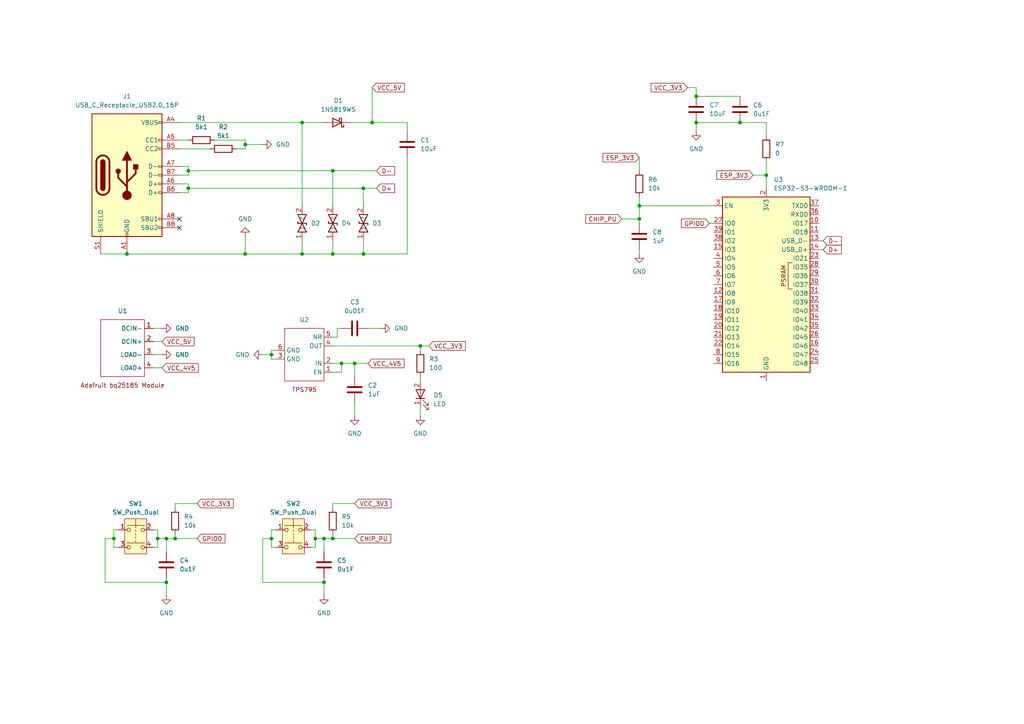
<source format=kicad_sch>
(kicad_sch (version 20250114) (generator "eeschema") (generator_version "9.0")
  (paper "A4")
  (lib_symbols
    (symbol "Connector:USB_C_Receptacle_USB2.0_16P" (pin_names (offset 1.016))
      (property "Reference" "J" (at 0 22.225 0))
      (property "Value" "USB_C_Receptacle_USB2.0_16P" (at 0 19.685 0))
      (symbol "USB_C_Receptacle_USB2.0_16P_0_0"
        (rectangle (start -0.254 -17.78) (end 0.254 -16.764))
        (rectangle (start 10.16 15.494) (end 9.144 14.986))
        (rectangle (start 10.16 10.414) (end 9.144 9.906))
        (rectangle (start 10.16 7.874) (end 9.144 7.366))
        (rectangle (start 10.16 2.794) (end 9.144 2.286))
        (rectangle (start 10.16 0.254) (end 9.144 -0.254))
        (rectangle (start 10.16 -2.286) (end 9.144 -2.794))
        (rectangle (start 10.16 -4.826) (end 9.144 -5.334))
        (rectangle (start 10.16 -12.446) (end 9.144 -12.954))
        (rectangle (start 10.16 -14.986) (end 9.144 -15.494))
      )
      (symbol "USB_C_Receptacle_USB2.0_16P_0_1"
        (rectangle (start -10.16 17.78) (end 10.16 -17.78) (stroke (width 0.254)) (fill (type background)))
        (polyline (pts (xy -8.89 -3.81) (xy -8.89 3.81)) (stroke (width 0.508)))
        (rectangle (start -7.62 -3.81) (end -6.35 3.81) (stroke (width 0.254)) (fill (type outline)))
        (arc (start -7.62 3.81) (mid -6.985 4.4423) (end -6.35 3.81) (stroke (width 0.254)))
        (arc (start -7.62 3.81) (mid -6.985 4.4423) (end -6.35 3.81) (stroke (width 0.254)) (fill (type outline)))
        (arc (start -8.89 3.81) (mid -6.985 5.7067) (end -5.08 3.81) (stroke (width 0.508)))
        (arc (start -5.08 -3.81) (mid -6.985 -5.7067) (end -8.89 -3.81) (stroke (width 0.508)))
        (arc (start -6.35 -3.81) (mid -6.985 -4.4423) (end -7.62 -3.81) (stroke (width 0.254)))
        (arc (start -6.35 -3.81) (mid -6.985 -4.4423) (end -7.62 -3.81) (stroke (width 0.254)) (fill (type outline)))
        (polyline (pts (xy -5.08 3.81) (xy -5.08 -3.81)) (stroke (width 0.508)))
        (circle (center -2.54 1.143) (radius 0.635) (stroke (width 0.254)) (fill (type outline)))
        (polyline (pts (xy -1.27 4.318) (xy 0 6.858) (xy 1.27 4.318) (xy -1.27 4.318)) (stroke (width 0.254)) (fill (type outline)))
        (polyline (pts (xy 0 -2.032) (xy 2.54 0.508) (xy 2.54 1.778)) (stroke (width 0.508)))
        (polyline (pts (xy 0 -3.302) (xy -2.54 -0.762) (xy -2.54 0.508)) (stroke (width 0.508)))
        (polyline (pts (xy 0 -5.842) (xy 0 4.318)) (stroke (width 0.508)))
        (circle (center 0 -5.842) (radius 1.27) (fill (type outline)))
        (rectangle (start 1.905 1.778) (end 3.175 3.048) (stroke (width 0.254)) (fill (type outline)))
      )
      (symbol "USB_C_Receptacle_USB2.0_16P_1_1"
        (pin passive line (at -7.62 -22.86 90) (length 5.08) (name "SHIELD") (number "S1"))
        (pin passive line (at 0 -22.86 90) (length 5.08) (name "GND") (number "A1"))
        (pin passive line (at 0 -22.86 90) (length 5.08) (hide yes) (name "GND") (number "A12"))
        (pin passive line (at 0 -22.86 90) (length 5.08) (hide yes) (name "GND") (number "B1"))
        (pin passive line (at 0 -22.86 90) (length 5.08) (hide yes) (name "GND") (number "B12"))
        (pin passive line (at 15.24 15.24 180) (length 5.08) (name "VBUS") (number "A4"))
        (pin passive line (at 15.24 15.24 180) (length 5.08) (hide yes) (name "VBUS") (number "A9"))
        (pin passive line (at 15.24 15.24 180) (length 5.08) (hide yes) (name "VBUS") (number "B4"))
        (pin passive line (at 15.24 15.24 180) (length 5.08) (hide yes) (name "VBUS") (number "B9"))
        (pin bidirectional line (at 15.24 10.16 180) (length 5.08) (name "CC1") (number "A5"))
        (pin bidirectional line (at 15.24 7.62 180) (length 5.08) (name "CC2") (number "B5"))
        (pin bidirectional line (at 15.24 2.54 180) (length 5.08) (name "D-") (number "A7"))
        (pin bidirectional line (at 15.24 0 180) (length 5.08) (name "D-") (number "B7"))
        (pin bidirectional line (at 15.24 -2.54 180) (length 5.08) (name "D+") (number "A6"))
        (pin bidirectional line (at 15.24 -5.08 180) (length 5.08) (name "D+") (number "B6"))
        (pin bidirectional line (at 15.24 -12.7 180) (length 5.08) (name "SBU1") (number "A8"))
        (pin bidirectional line (at 15.24 -15.24 180) (length 5.08) (name "SBU2") (number "B8"))
      )
    )
    (symbol "Custom:Adafruit_bq25185_Module"
      (property "Reference" "U" (at 0 -2.54 0))
      (symbol "Adafruit_bq25185_Module_0_1"
        (rectangle (start -6.35 16.51) (end 6.35 0))
      )
      (symbol "Adafruit_bq25185_Module_1_1"
        (text "Adafruit bq25185 Module" (at 0 -2.54 0) (effects (font (size 1.27 1.27))))
        (pin input line (at 8.89 13.97 180) (length 2.54) (name "DCIN-") (number "1"))
        (pin output line (at 8.89 10.16 180) (length 2.54) (name "DCIN+") (number "2"))
        (pin input line (at 8.89 6.35 180) (length 2.54) (name "LOAD-") (number "3"))
        (pin output line (at 8.89 2.54 180) (length 2.54) (name "LOAD+") (number "4"))
      )
    )
    (symbol "Custom:LESD5D5.0CT1G"
      (property "Reference" "D" (at 0 2.54 0))
      (symbol "LESD5D5.0CT1G_0_1"
        (polyline (pts (xy -2.54 -1.27) (xy -2.54 1.27) (xy 0 0) (xy -2.54 -1.27)) (stroke (width 0.254)))
        (polyline (pts (xy -0.508 -1.27) (xy 0 -1.27) (xy 0 1.27)) (stroke (width 0.254)))
        (polyline (pts (xy 0.508 1.27) (xy 0 1.27) (xy 0 1.27)) (stroke (width 0.254)))
        (polyline (pts (xy 2.54 1.27) (xy 2.54 -1.27) (xy 0 0) (xy 2.54 1.27)) (stroke (width 0.254)))
      )
      (symbol "LESD5D5.0CT1G_1_1"
        (pin passive line (at -5.08 0 0) (length 2.54) (name "1") (number "1"))
        (pin passive line (at 5.08 0 180) (length 2.54) (name "2") (number "2"))
      )
    )
    (symbol "Custom:TPS795"
      (property "Reference" "U" (at 0 10.16 0))
      (symbol "TPS795_0_1"
        (rectangle (start -5.715 7.62) (end 5.715 -7.62))
      )
      (symbol "TPS795_1_1"
        (text "TPS795" (at 0 -10.16 0) (effects (font (size 1.27 1.27))))
        (pin power_in line (at -8.255 1.27 0) (length 2.54) (name "GND") (number "6"))
        (pin power_in line (at -8.255 -1.27 0) (length 2.54) (name "GND") (number "3"))
        (pin output line (at 8.255 5.08 180) (length 2.54) (name "NR") (number "5"))
        (pin power_out line (at 8.255 2.54 180) (length 2.54) (name "OUT") (number "4"))
        (pin input line (at 8.255 -2.54 180) (length 2.54) (name "IN") (number "2"))
        (pin input line (at 8.255 -5.08 180) (length 2.54) (name "EN") (number "1"))
      )
    )
    (symbol "Device:C" (pin_numbers (hide yes)) (pin_names (offset 0.254))
      (property "Reference" "C" (at 0.635 2.54 0))
      (property "Value" "C" (at 0.635 -2.54 0))
      (symbol "C_0_1"
        (polyline (pts (xy -2.032 0.762) (xy 2.032 0.762)) (stroke (width 0.508)))
        (polyline (pts (xy -2.032 -0.762) (xy 2.032 -0.762)) (stroke (width 0.508)))
      )
      (symbol "C_1_1"
        (pin passive line (at 0 3.81 270) (length 2.794) (name "~") (number "1"))
        (pin passive line (at 0 -3.81 90) (length 2.794) (name "~") (number "2"))
      )
    )
    (symbol "Device:LED" (pin_names (offset 1.016) (hide yes))
      (property "Reference" "D" (at 0 2.54 0))
      (property "Value" "LED" (at 0 -2.54 0))
      (symbol "LED_0_1"
        (polyline (pts (xy -3.048 -0.762) (xy -4.572 -2.286) (xy -3.81 -2.286) (xy -4.572 -2.286) (xy -4.572 -1.524)))
        (polyline (pts (xy -1.778 -0.762) (xy -3.302 -2.286) (xy -2.54 -2.286) (xy -3.302 -2.286) (xy -3.302 -1.524)))
        (polyline (pts (xy -1.27 0) (xy 1.27 0)))
        (polyline (pts (xy -1.27 -1.27) (xy -1.27 1.27)) (stroke (width 0.254)))
        (polyline (pts (xy 1.27 -1.27) (xy 1.27 1.27) (xy -1.27 0) (xy 1.27 -1.27)) (stroke (width 0.254)))
      )
      (symbol "LED_1_1"
        (pin passive line (at -3.81 0 0) (length 2.54) (name "K") (number "1"))
        (pin passive line (at 3.81 0 180) (length 2.54) (name "A") (number "2"))
      )
    )
    (symbol "Device:R" (pin_numbers (hide yes)) (pin_names (offset 0))
      (property "Reference" "R" (at 2.032 0 90))
      (property "Value" "R" (at 0 0 90))
      (symbol "R_0_1"
        (rectangle (start -1.016 -2.54) (end 1.016 2.54) (stroke (width 0.254)))
      )
      (symbol "R_1_1"
        (pin passive line (at 0 3.81 270) (length 1.27) (name "~") (number "1"))
        (pin passive line (at 0 -3.81 90) (length 1.27) (name "~") (number "2"))
      )
    )
    (symbol "Diode:1N5819WS" (pin_numbers (hide yes)) (pin_names (offset 1.016) (hide yes))
      (property "Reference" "D" (at 0 2.54 0))
      (property "Value" "1N5819WS" (at 0 -2.54 0))
      (symbol "1N5819WS_0_1"
        (polyline (pts (xy -1.905 0.635) (xy -1.905 1.27) (xy -1.27 1.27) (xy -1.27 -1.27) (xy -0.635 -1.27) (xy -0.635 -0.635)) (stroke (width 0.254)))
        (polyline (pts (xy 1.27 1.27) (xy 1.27 -1.27) (xy -1.27 0) (xy 1.27 1.27)) (stroke (width 0.254)))
        (polyline (pts (xy 1.27 0) (xy -1.27 0)))
      )
      (symbol "1N5819WS_1_1"
        (pin passive line (at -3.81 0 0) (length 2.54) (name "K") (number "1"))
        (pin passive line (at 3.81 0 180) (length 2.54) (name "A") (number "2"))
      )
    )
    (symbol "RF_Module:ESP32-S3-WROOM-1"
      (property "Reference" "U" (at -12.7 26.67 0))
      (property "Value" "ESP32-S3-WROOM-1" (at 12.7 26.67 0))
      (symbol "ESP32-S3-WROOM-1_0_0"
        (rectangle (start -12.7 25.4) (end 12.7 -25.4) (stroke (width 0.254)) (fill (type background)))
        (text "PSRAM" (at 5.08 2.54 900) (effects (font (size 1.27 1.27))))
      )
      (symbol "ESP32-S3-WROOM-1_0_1"
        (polyline (pts (xy 7.62 -1.27) (xy 6.35 -1.27) (xy 6.35 6.35) (xy 7.62 6.35)))
      )
      (symbol "ESP32-S3-WROOM-1_1_1"
        (pin input line (at -15.24 22.86 0) (length 2.54) (name "EN") (number "3"))
        (pin bidirectional line (at -15.24 17.78 0) (length 2.54) (name "IO0") (number "27"))
        (pin bidirectional line (at -15.24 15.24 0) (length 2.54) (name "IO1") (number "39"))
        (pin bidirectional line (at -15.24 12.7 0) (length 2.54) (name "IO2") (number "38"))
        (pin bidirectional line (at -15.24 10.16 0) (length 2.54) (name "IO3") (number "15"))
        (pin bidirectional line (at -15.24 7.62 0) (length 2.54) (name "IO4") (number "4"))
        (pin bidirectional line (at -15.24 5.08 0) (length 2.54) (name "IO5") (number "5"))
        (pin bidirectional line (at -15.24 2.54 0) (length 2.54) (name "IO6") (number "6"))
        (pin bidirectional line (at -15.24 0 0) (length 2.54) (name "IO7") (number "7"))
        (pin bidirectional line (at -15.24 -2.54 0) (length 2.54) (name "IO8") (number "12"))
        (pin bidirectional line (at -15.24 -5.08 0) (length 2.54) (name "IO9") (number "17"))
        (pin bidirectional line (at -15.24 -7.62 0) (length 2.54) (name "IO10") (number "18"))
        (pin bidirectional line (at -15.24 -10.16 0) (length 2.54) (name "IO11") (number "19"))
        (pin bidirectional line (at -15.24 -12.7 0) (length 2.54) (name "IO12") (number "20"))
        (pin bidirectional line (at -15.24 -15.24 0) (length 2.54) (name "IO13") (number "21"))
        (pin bidirectional line (at -15.24 -17.78 0) (length 2.54) (name "IO14") (number "22"))
        (pin bidirectional line (at -15.24 -20.32 0) (length 2.54) (name "IO15") (number "8"))
        (pin bidirectional line (at -15.24 -22.86 0) (length 2.54) (name "IO16") (number "9"))
        (pin power_in line (at 0 27.94 270) (length 2.54) (name "3V3") (number "2"))
        (pin power_in line (at 0 -27.94 90) (length 2.54) (name "GND") (number "1"))
        (pin passive line (at 0 -27.94 90) (length 2.54) (hide yes) (name "GND") (number "40"))
        (pin passive line (at 0 -27.94 90) (length 2.54) (hide yes) (name "GND") (number "41"))
        (pin bidirectional line (at 15.24 22.86 180) (length 2.54) (name "TXD0") (number "37"))
        (pin bidirectional line (at 15.24 20.32 180) (length 2.54) (name "RXD0") (number "36"))
        (pin bidirectional line (at 15.24 17.78 180) (length 2.54) (name "IO17") (number "10"))
        (pin bidirectional line (at 15.24 15.24 180) (length 2.54) (name "IO18") (number "11"))
        (pin bidirectional line (at 15.24 12.7 180) (length 2.54) (name "USB_D-") (number "13"))
        (pin bidirectional line (at 15.24 10.16 180) (length 2.54) (name "USB_D+") (number "14"))
        (pin bidirectional line (at 15.24 7.62 180) (length 2.54) (name "IO21") (number "23"))
        (pin bidirectional line (at 15.24 5.08 180) (length 2.54) (name "IO35") (number "28"))
        (pin bidirectional line (at 15.24 2.54 180) (length 2.54) (name "IO36") (number "29"))
        (pin bidirectional line (at 15.24 0 180) (length 2.54) (name "IO37") (number "30"))
        (pin bidirectional line (at 15.24 -2.54 180) (length 2.54) (name "IO38") (number "31"))
        (pin bidirectional line (at 15.24 -5.08 180) (length 2.54) (name "IO39") (number "32"))
        (pin bidirectional line (at 15.24 -7.62 180) (length 2.54) (name "IO40") (number "33"))
        (pin bidirectional line (at 15.24 -10.16 180) (length 2.54) (name "IO41") (number "34"))
        (pin bidirectional line (at 15.24 -12.7 180) (length 2.54) (name "IO42") (number "35"))
        (pin bidirectional line (at 15.24 -15.24 180) (length 2.54) (name "IO45") (number "26"))
        (pin bidirectional line (at 15.24 -17.78 180) (length 2.54) (name "IO46") (number "16"))
        (pin bidirectional line (at 15.24 -20.32 180) (length 2.54) (name "IO47") (number "24"))
        (pin bidirectional line (at 15.24 -22.86 180) (length 2.54) (name "IO48") (number "25"))
      )
    )
    (symbol "Switch:SW_Push_Dual" (pin_names (offset 1.016) (hide yes))
      (property "Reference" "SW" (at 0 7.62 0))
      (property "Value" "SW_Push_Dual" (at 0 -6.35 0))
      (symbol "SW_Push_Dual_0_1"
        (circle (center -2.032 2.54) (radius 0.508))
        (circle (center -2.032 -2.54) (radius 0.508))
        (polyline (pts (xy 0 3.81) (xy 0 5.588)))
        (polyline (pts (xy 0 3.048) (xy 0 3.556)))
        (polyline (pts (xy 0 2.032) (xy 0 2.54)))
        (polyline (pts (xy 0 1.016) (xy 0 1.524)))
        (polyline (pts (xy 0 0.508) (xy 0 0)))
        (polyline (pts (xy 0 -0.508) (xy 0 -1.016)))
        (circle (center 2.032 2.54) (radius 0.508))
        (circle (center 2.032 -2.54) (radius 0.508))
        (polyline (pts (xy 2.54 3.81) (xy -2.54 3.81)))
        (polyline (pts (xy 2.54 -1.27) (xy -2.54 -1.27)))
        (pin passive line (at -5.08 2.54 0) (length 2.54) (name "1") (number "1"))
        (pin passive line (at -5.08 -2.54 0) (length 2.54) (name "3") (number "3"))
        (pin passive line (at 5.08 2.54 180) (length 2.54) (name "2") (number "2"))
        (pin passive line (at 5.08 -2.54 180) (length 2.54) (name "4") (number "4"))
      )
      (symbol "SW_Push_Dual_1_1"
        (rectangle (start -3.175 5.715) (end 3.175 -4.445) (fill (type background)))
      )
    )
    (symbol "power:GND" (power) (pin_numbers (hide yes)) (pin_names (offset 0) (hide yes))
      (property "Value" "GND" (at 0 -3.81 0))
      (symbol "GND_0_1"
        (polyline (pts (xy 0 0) (xy 0 -1.27) (xy 1.27 -1.27) (xy 0 -2.54) (xy -1.27 -1.27) (xy 0 -1.27)))
      )
      (symbol "GND_1_1"
        (pin power_in line (at 0 0 270) (length 0) (name "~") (number "1"))
      )
    )
  )
  (junction (at 107.95 35.56))
  (junction (at 78.74 156.21))
  (junction (at 48.26 156.21))
  (junction (at 96.52 156.21))
  (junction (at 222.25 50.8))
  (junction (at 96.52 49.53))
  (junction (at 71.12 73.66))
  (junction (at 201.93 35.56))
  (junction (at 93.98 168.91))
  (junction (at 201.93 27.94))
  (junction (at 96.52 73.66))
  (junction (at 185.42 63.5))
  (junction (at 54.61 49.53))
  (junction (at 102.87 105.41))
  (junction (at 48.26 168.91))
  (junction (at 50.8 156.21))
  (junction (at 87.63 35.56))
  (junction (at 87.63 73.66))
  (junction (at 105.41 54.61))
  (junction (at 214.63 35.56))
  (junction (at 91.44 156.21))
  (junction (at 121.92 100.33))
  (junction (at 78.74 102.87))
  (junction (at 33.02 156.21))
  (junction (at 105.41 73.66))
  (junction (at 93.98 156.21))
  (junction (at 54.61 54.61))
  (junction (at 99.06 105.41))
  (junction (at 45.72 156.21))
  (junction (at 36.83 73.66))
  (junction (at 185.42 59.69))
  (junction (at 71.12 41.91))
  (no_connect (at 52.07 66.04))
  (no_connect (at 52.07 63.5))
  (wire (pts (xy 105.41 69.85) (xy 105.41 73.66)))
  (wire (pts (xy 48.26 168.91) (xy 48.26 172.72)))
  (wire (pts (xy 78.74 102.87) (xy 78.74 104.14)))
  (wire (pts (xy 54.61 54.61) (xy 105.41 54.61)))
  (wire (pts (xy 71.12 43.18) (xy 71.12 41.91)))
  (wire (pts (xy 185.42 73.66) (xy 185.42 72.39)))
  (wire (pts (xy 50.8 146.05) (xy 50.8 147.32)))
  (wire (pts (xy 222.25 35.56) (xy 222.25 39.37)))
  (wire (pts (xy 50.8 156.21) (xy 57.15 156.21)))
  (wire (pts (xy 96.52 49.53) (xy 109.22 49.53)))
  (wire (pts (xy 97.79 95.25) (xy 99.06 95.25)))
  (wire (pts (xy 185.42 59.69) (xy 185.42 63.5)))
  (wire (pts (xy 96.52 100.33) (xy 121.92 100.33)))
  (wire (pts (xy 80.01 153.67) (xy 78.74 153.67)))
  (wire (pts (xy 218.44 50.8) (xy 222.25 50.8)))
  (wire (pts (xy 96.52 107.95) (xy 99.06 107.95)))
  (wire (pts (xy 105.41 73.66) (xy 118.11 73.66)))
  (wire (pts (xy 46.99 102.87) (xy 44.45 102.87)))
  (wire (pts (xy 185.42 59.69) (xy 207.01 59.69)))
  (wire (pts (xy 238.76 72.39) (xy 237.49 72.39)))
  (wire (pts (xy 118.11 73.66) (xy 118.11 45.72)))
  (wire (pts (xy 96.52 154.94) (xy 96.52 156.21)))
  (wire (pts (xy 222.25 35.56) (xy 214.63 35.56)))
  (wire (pts (xy 185.42 49.53) (xy 185.42 45.72)))
  (wire (pts (xy 33.02 158.75) (xy 34.29 158.75)))
  (wire (pts (xy 180.34 63.5) (xy 185.42 63.5)))
  (wire (pts (xy 93.98 156.21) (xy 93.98 160.02)))
  (wire (pts (xy 105.41 54.61) (xy 109.22 54.61)))
  (wire (pts (xy 52.07 43.18) (xy 60.96 43.18)))
  (wire (pts (xy 222.25 54.61) (xy 222.25 50.8)))
  (wire (pts (xy 121.92 109.22) (xy 121.92 110.49)))
  (wire (pts (xy 54.61 49.53) (xy 54.61 50.8)))
  (wire (pts (xy 36.83 73.66) (xy 71.12 73.66)))
  (wire (pts (xy 105.41 54.61) (xy 105.41 59.69)))
  (wire (pts (xy 185.42 64.77) (xy 185.42 63.5)))
  (wire (pts (xy 44.45 95.25) (xy 46.99 95.25)))
  (wire (pts (xy 102.87 146.05) (xy 96.52 146.05)))
  (wire (pts (xy 93.98 156.21) (xy 96.52 156.21)))
  (wire (pts (xy 54.61 53.34) (xy 54.61 54.61)))
  (wire (pts (xy 80.01 101.6) (xy 78.74 101.6)))
  (wire (pts (xy 185.42 57.15) (xy 185.42 59.69)))
  (wire (pts (xy 34.29 153.67) (xy 33.02 153.67)))
  (wire (pts (xy 45.72 156.21) (xy 45.72 158.75)))
  (wire (pts (xy 222.25 46.99) (xy 222.25 50.8)))
  (wire (pts (xy 201.93 38.1) (xy 201.93 35.56)))
  (wire (pts (xy 121.92 118.11) (xy 121.92 120.65)))
  (wire (pts (xy 121.92 100.33) (xy 121.92 101.6)))
  (wire (pts (xy 76.2 168.91) (xy 93.98 168.91)))
  (wire (pts (xy 96.52 105.41) (xy 99.06 105.41)))
  (wire (pts (xy 201.93 35.56) (xy 214.63 35.56)))
  (wire (pts (xy 90.17 158.75) (xy 91.44 158.75)))
  (wire (pts (xy 44.45 158.75) (xy 45.72 158.75)))
  (wire (pts (xy 97.79 97.79) (xy 96.52 97.79)))
  (wire (pts (xy 52.07 53.34) (xy 54.61 53.34)))
  (wire (pts (xy 78.74 156.21) (xy 76.2 156.21)))
  (wire (pts (xy 107.95 25.4) (xy 107.95 35.56)))
  (wire (pts (xy 107.95 35.56) (xy 118.11 35.56)))
  (wire (pts (xy 45.72 153.67) (xy 45.72 156.21)))
  (wire (pts (xy 52.07 40.64) (xy 54.61 40.64)))
  (wire (pts (xy 102.87 116.84) (xy 102.87 120.65)))
  (wire (pts (xy 33.02 153.67) (xy 33.02 156.21)))
  (wire (pts (xy 99.06 105.41) (xy 99.06 107.95)))
  (wire (pts (xy 48.26 156.21) (xy 50.8 156.21)))
  (wire (pts (xy 76.2 156.21) (xy 76.2 168.91)))
  (wire (pts (xy 50.8 154.94) (xy 50.8 156.21)))
  (wire (pts (xy 71.12 43.18) (xy 68.58 43.18)))
  (wire (pts (xy 87.63 35.56) (xy 87.63 59.69)))
  (wire (pts (xy 199.39 25.4) (xy 201.93 25.4)))
  (wire (pts (xy 201.93 27.94) (xy 214.63 27.94)))
  (wire (pts (xy 106.68 95.25) (xy 110.49 95.25)))
  (wire (pts (xy 99.06 105.41) (xy 102.87 105.41)))
  (wire (pts (xy 96.52 156.21) (xy 102.87 156.21)))
  (wire (pts (xy 30.48 156.21) (xy 30.48 168.91)))
  (wire (pts (xy 97.79 95.25) (xy 97.79 97.79)))
  (wire (pts (xy 102.87 105.41) (xy 102.87 109.22)))
  (wire (pts (xy 91.44 156.21) (xy 91.44 158.75)))
  (wire (pts (xy 48.26 168.91) (xy 48.26 167.64)))
  (wire (pts (xy 71.12 40.64) (xy 62.23 40.64)))
  (wire (pts (xy 205.74 64.77) (xy 207.01 64.77)))
  (wire (pts (xy 96.52 49.53) (xy 96.52 59.69)))
  (wire (pts (xy 91.44 156.21) (xy 93.98 156.21)))
  (wire (pts (xy 118.11 35.56) (xy 118.11 38.1)))
  (wire (pts (xy 87.63 73.66) (xy 96.52 73.66)))
  (wire (pts (xy 76.2 41.91) (xy 71.12 41.91)))
  (wire (pts (xy 78.74 101.6) (xy 78.74 102.87)))
  (wire (pts (xy 33.02 156.21) (xy 33.02 158.75)))
  (wire (pts (xy 52.07 48.26) (xy 54.61 48.26)))
  (wire (pts (xy 96.52 73.66) (xy 105.41 73.66)))
  (wire (pts (xy 54.61 54.61) (xy 54.61 55.88)))
  (wire (pts (xy 33.02 156.21) (xy 30.48 156.21)))
  (wire (pts (xy 76.2 102.87) (xy 78.74 102.87)))
  (wire (pts (xy 78.74 156.21) (xy 78.74 158.75)))
  (wire (pts (xy 78.74 104.14) (xy 80.01 104.14)))
  (wire (pts (xy 102.87 105.41) (xy 106.68 105.41)))
  (wire (pts (xy 44.45 153.67) (xy 45.72 153.67)))
  (wire (pts (xy 45.72 156.21) (xy 48.26 156.21)))
  (wire (pts (xy 96.52 146.05) (xy 96.52 147.32)))
  (wire (pts (xy 87.63 35.56) (xy 93.98 35.56)))
  (wire (pts (xy 96.52 69.85) (xy 96.52 73.66)))
  (wire (pts (xy 29.21 73.66) (xy 36.83 73.66)))
  (wire (pts (xy 71.12 73.66) (xy 87.63 73.66)))
  (wire (pts (xy 91.44 153.67) (xy 91.44 156.21)))
  (wire (pts (xy 93.98 168.91) (xy 93.98 167.64)))
  (wire (pts (xy 48.26 156.21) (xy 48.26 160.02)))
  (wire (pts (xy 52.07 35.56) (xy 87.63 35.56)))
  (wire (pts (xy 44.45 99.06) (xy 46.99 99.06)))
  (wire (pts (xy 46.99 106.68) (xy 44.45 106.68)))
  (wire (pts (xy 54.61 49.53) (xy 96.52 49.53)))
  (wire (pts (xy 78.74 153.67) (xy 78.74 156.21)))
  (wire (pts (xy 30.48 168.91) (xy 48.26 168.91)))
  (wire (pts (xy 101.6 35.56) (xy 107.95 35.56)))
  (wire (pts (xy 201.93 25.4) (xy 201.93 27.94)))
  (wire (pts (xy 71.12 41.91) (xy 71.12 40.64)))
  (wire (pts (xy 121.92 100.33) (xy 124.46 100.33)))
  (wire (pts (xy 54.61 48.26) (xy 54.61 49.53)))
  (wire (pts (xy 52.07 55.88) (xy 54.61 55.88)))
  (wire (pts (xy 71.12 68.58) (xy 71.12 73.66)))
  (wire (pts (xy 238.76 69.85) (xy 237.49 69.85)))
  (wire (pts (xy 93.98 168.91) (xy 93.98 172.72)))
  (wire (pts (xy 57.15 146.05) (xy 50.8 146.05)))
  (wire (pts (xy 78.74 158.75) (xy 80.01 158.75)))
  (wire (pts (xy 87.63 69.85) (xy 87.63 73.66)))
  (wire (pts (xy 54.61 50.8) (xy 52.07 50.8)))
  (wire (pts (xy 90.17 153.67) (xy 91.44 153.67)))
  (global_label "VCC_5V" (shape input) (at 46.99 99.06 0) (property "Intersheetrefs" "${INTERSHEET_REFS}" (effects (hide yes))))
  (global_label "ESP_3V3" (shape input) (at 185.42 45.72 180) (property "Intersheetrefs" "${INTERSHEET_REFS}" (effects (hide yes))))
  (global_label "CHIP_PU" (shape input) (at 180.34 63.5 180) (property "Intersheetrefs" "${INTERSHEET_REFS}" (effects (hide yes))))
  (global_label "GPIO0" (shape input) (at 57.15 156.21 0) (property "Intersheetrefs" "${INTERSHEET_REFS}" (effects (hide yes))))
  (global_label "GPIO0" (shape input) (at 205.74 64.77 180) (property "Intersheetrefs" "${INTERSHEET_REFS}" (effects (hide yes))))
  (global_label "D-" (shape input) (at 238.76 69.85 0) (property "Intersheetrefs" "${INTERSHEET_REFS}" (effects (hide yes))))
  (global_label "VCC_4V5" (shape input) (at 46.99 106.68 0) (property "Intersheetrefs" "${INTERSHEET_REFS}" (effects (hide yes))))
  (global_label "CHIP_PU" (shape input) (at 102.87 156.21 0) (property "Intersheetrefs" "${INTERSHEET_REFS}" (effects (hide yes))))
  (global_label "VCC_3V3" (shape input) (at 102.87 146.05 0) (property "Intersheetrefs" "${INTERSHEET_REFS}" (effects (hide yes))))
  (global_label "VCC_3V3" (shape input) (at 57.15 146.05 0) (property "Intersheetrefs" "${INTERSHEET_REFS}" (effects (hide yes))))
  (global_label "ESP_3V3" (shape input) (at 218.44 50.8 180) (property "Intersheetrefs" "${INTERSHEET_REFS}" (effects (hide yes))))
  (global_label "VCC_4V5" (shape input) (at 106.68 105.41 0) (property "Intersheetrefs" "${INTERSHEET_REFS}" (effects (hide yes))))
  (global_label "VCC_3V3" (shape input) (at 124.46 100.33 0) (property "Intersheetrefs" "${INTERSHEET_REFS}" (effects (hide yes))))
  (global_label "D+" (shape input) (at 238.76 72.39 0) (property "Intersheetrefs" "${INTERSHEET_REFS}" (effects (hide yes))))
  (global_label "VCC_5V" (shape input) (at 107.95 25.4 0) (property "Intersheetrefs" "${INTERSHEET_REFS}" (effects (hide yes))))
  (global_label "D+" (shape input) (at 109.22 54.61 0) (property "Intersheetrefs" "${INTERSHEET_REFS}" (effects (hide yes))))
  (global_label "VCC_3V3" (shape input) (at 199.39 25.4 180) (property "Intersheetrefs" "${INTERSHEET_REFS}" (effects (hide yes))))
  (global_label "D-" (shape input) (at 109.22 49.53 0) (property "Intersheetrefs" "${INTERSHEET_REFS}" (effects (hide yes))))
  (symbol (lib_id "Device:R") (at 121.92 105.41 180) (unit 1)
    (property "Reference" "R3" (at 124.46 104.1399 0) (effects (justify right)))
    (property "Value" "100" (at 124.46 106.6799 0) (effects (justify right)))
    (property "Description" "Resistor" (effects (hide yes)))
  )
  (symbol (lib_id "Custom:TPS795") (at 88.265 102.87 0) (unit 1)
    (property "Reference" "U2" (at 88.265 92.71 0))
  )
  (symbol (lib_id "Device:C") (at 102.87 113.03 0) (unit 1)
    (property "Reference" "C2" (at 106.68 111.7599 0) (effects (justify left)))
    (property "Value" "1uF" (at 106.68 114.2999 0) (effects (justify left)))
    (property "Description" "Unpolarized capacitor" (effects (hide yes)))
  )
  (symbol (lib_id "Device:R") (at 222.25 43.18 180) (unit 1)
    (property "Reference" "R7" (at 224.79 41.9099 0) (effects (justify right)))
    (property "Value" "0" (at 224.79 44.4499 0) (effects (justify right)))
    (property "Description" "Resistor" (effects (hide yes)))
  )
  (symbol (lib_id "power:GND") (at 185.42 73.66 0) (unit 1)
    (property "Reference" "#PWR012" (effects (hide yes)))
    (property "Value" "GND" (at 185.42 78.74 0))
    (property "Description" "Power symbol creates a global label with name \"GND\" , ground" (effects (hide yes)))
  )
  (symbol (lib_id "Diode:1N5819WS") (at 97.79 35.56 180) (unit 1)
    (property "Reference" "D1" (at 98.1075 29.21 0))
    (property "Value" "1N5819WS" (at 98.1075 31.75 0))
    (property "Footprint" "Diode_SMD:D_SOD-323" (effects (hide yes)))
    (property "Datasheet" "https://datasheet.lcsc.com/lcsc/2204281430_Guangdong-Hottech-1N5819WS_C191023.pdf" (effects (hide yes)))
    (property "Description" "40V 600mV@1A 1A SOD-323 Schottky Barrier Diodes, SOD-323" (effects (hide yes)))
  )
  (symbol (lib_id "Switch:SW_Push_Dual") (at 39.37 156.21 0) (unit 1)
    (property "Reference" "SW1" (at 39.37 146.05 0))
    (property "Value" "SW_Push_Dual" (at 39.37 148.59 0))
    (property "Description" "Push button switch, generic, symbol, four pins" (effects (hide yes)))
  )
  (symbol (lib_id "Device:C") (at 201.93 31.75 0) (unit 1)
    (property "Reference" "C7" (at 205.74 30.4799 0) (effects (justify left)))
    (property "Value" "10uF" (at 205.74 33.0199 0) (effects (justify left)))
    (property "Description" "Unpolarized capacitor" (effects (hide yes)))
  )
  (symbol (lib_id "power:GND") (at 46.99 102.87 90) (unit 1)
    (property "Reference" "#PWR05" (effects (hide yes)))
    (property "Value" "GND" (at 50.8 102.8699 90) (effects (justify right)))
    (property "Description" "Power symbol creates a global label with name \"GND\" , ground" (effects (hide yes)))
  )
  (symbol (lib_id "Device:R") (at 50.8 151.13 180) (unit 1)
    (property "Reference" "R4" (at 53.34 149.8599 0) (effects (justify right)))
    (property "Value" "10k" (at 53.34 152.3999 0) (effects (justify right)))
    (property "Description" "Resistor" (effects (hide yes)))
  )
  (symbol (lib_id "power:GND") (at 102.87 120.65 0) (unit 1)
    (property "Reference" "#PWR06" (effects (hide yes)))
    (property "Value" "GND" (at 102.87 125.73 0))
    (property "Description" "Power symbol creates a global label with name \"GND\" , ground" (effects (hide yes)))
  )
  (symbol (lib_id "Device:LED") (at 121.92 114.3 90) (unit 1)
    (property "Reference" "D5" (at 125.73 114.6174 90) (effects (justify right)))
    (property "Value" "LED" (at 125.73 117.1574 90) (effects (justify right)))
    (property "Description" "Light emitting diode" (effects (hide yes)))
    (property "Sim.Pins" "1=K 2=A" (effects (hide yes)))
  )
  (symbol (lib_id "Device:C") (at 214.63 31.75 0) (unit 1)
    (property "Reference" "C6" (at 218.44 30.4799 0) (effects (justify left)))
    (property "Value" "0u1F" (at 218.44 33.0199 0) (effects (justify left)))
    (property "Description" "Unpolarized capacitor" (effects (hide yes)))
  )
  (symbol (lib_id "power:GND") (at 71.12 68.58 180) (unit 1)
    (property "Reference" "#PWR02" (effects (hide yes)))
    (property "Value" "GND" (at 71.12 63.5 0))
    (property "Description" "Power symbol creates a global label with name \"GND\" , ground" (effects (hide yes)))
  )
  (symbol (lib_id "Switch:SW_Push_Dual") (at 85.09 156.21 0) (unit 1)
    (property "Reference" "SW2" (at 85.09 146.05 0))
    (property "Value" "SW_Push_Dual" (at 85.09 148.59 0))
    (property "Description" "Push button switch, generic, symbol, four pins" (effects (hide yes)))
  )
  (symbol (lib_id "Device:R") (at 58.42 40.64 90) (unit 1)
    (property "Reference" "R1" (at 58.42 34.29 90))
    (property "Value" "5k1" (at 58.42 36.83 90))
    (property "Description" "Resistor" (effects (hide yes)))
  )
  (symbol (lib_id "Custom:LESD5D5.0CT1G") (at 87.63 64.77 90) (unit 1)
    (property "Reference" "D2" (at 90.17 64.7699 90) (effects (justify right)))
  )
  (symbol (lib_id "Device:R") (at 64.77 43.18 270) (unit 1)
    (property "Reference" "R2" (at 64.77 36.83 90))
    (property "Value" "5k1" (at 64.77 39.37 90))
    (property "Description" "Resistor" (effects (hide yes)))
  )
  (symbol (lib_id "Device:C") (at 102.87 95.25 270) (unit 1)
    (property "Reference" "C3" (at 102.87 87.63 90))
    (property "Value" "0u01F" (at 102.87 90.17 90))
    (property "Description" "Unpolarized capacitor" (effects (hide yes)))
  )
  (symbol (lib_id "power:GND") (at 46.99 95.25 90) (unit 1)
    (property "Reference" "#PWR08" (effects (hide yes)))
    (property "Value" "GND" (at 50.8 95.2499 90) (effects (justify right)))
    (property "Description" "Power symbol creates a global label with name \"GND\" , ground" (effects (hide yes)))
  )
  (symbol (lib_id "power:GND") (at 110.49 95.25 90) (unit 1)
    (property "Reference" "#PWR07" (effects (hide yes)))
    (property "Value" "GND" (at 114.3 95.2499 90) (effects (justify right)))
    (property "Description" "Power symbol creates a global label with name \"GND\" , ground" (effects (hide yes)))
  )
  (symbol (lib_id "Device:R") (at 185.42 53.34 180) (unit 1)
    (property "Reference" "R6" (at 187.96 52.0699 0) (effects (justify right)))
    (property "Value" "10k" (at 187.96 54.6099 0) (effects (justify right)))
    (property "Description" "Resistor" (effects (hide yes)))
  )
  (symbol (lib_id "Custom:LESD5D5.0CT1G") (at 96.52 64.77 90) (unit 1)
    (property "Reference" "D4" (at 99.06 64.7699 90) (effects (justify right)))
  )
  (symbol (lib_id "power:GND") (at 76.2 41.91 90) (unit 1)
    (property "Reference" "#PWR01" (effects (hide yes)))
    (property "Value" "GND" (at 80.01 41.9099 90) (effects (justify right)))
    (property "Description" "Power symbol creates a global label with name \"GND\" , ground" (effects (hide yes)))
  )
  (symbol (lib_id "RF_Module:ESP32-S3-WROOM-1") (at 222.25 82.55 0) (unit 1)
    (property "Reference" "U3" (at 224.3933 52.07 0) (effects (justify left)))
    (property "Value" "ESP32-S3-WROOM-1" (at 224.3933 54.61 0) (effects (justify left)))
    (property "Footprint" "RF_Module:ESP32-S3-WROOM-1" (effects (hide yes)))
    (property "Datasheet" "https://www.espressif.com/sites/default/files/documentation/esp32-s3-wroom-1_wroom-1u_datasheet_en.pdf" (effects (hide yes)))
    (property "Description" "RF Module, ESP32-S3 SoC, Wi-Fi 802.11b/g/n, Bluetooth, BLE, 32-bit, 3.3V, onboard antenna, SMD" (effects (hide yes)))
  )
  (symbol (lib_id "Connector:USB_C_Receptacle_USB2.0_16P") (at 36.83 50.8 0) (unit 1)
    (property "Reference" "J1" (at 36.83 27.94 0))
    (property "Value" "USB_C_Receptacle_USB2.0_16P" (at 36.83 30.48 0))
    (property "Datasheet" "https://www.usb.org/sites/default/files/documents/usb_type-c.zip" (effects (hide yes)))
    (property "Description" "USB 2.0-only 16P Type-C Receptacle connector" (effects (hide yes)))
  )
  (symbol (lib_id "Device:C") (at 185.42 68.58 0) (unit 1)
    (property "Reference" "C8" (at 189.23 67.3099 0) (effects (justify left)))
    (property "Value" "1uF" (at 189.23 69.8499 0) (effects (justify left)))
    (property "Description" "Unpolarized capacitor" (effects (hide yes)))
  )
  (symbol (lib_id "Device:R") (at 96.52 151.13 180) (unit 1)
    (property "Reference" "R5" (at 99.06 149.8599 0) (effects (justify right)))
    (property "Value" "10k" (at 99.06 152.3999 0) (effects (justify right)))
    (property "Description" "Resistor" (effects (hide yes)))
  )
  (symbol (lib_id "Device:C") (at 93.98 163.83 0) (unit 1)
    (property "Reference" "C5" (at 97.79 162.5599 0) (effects (justify left)))
    (property "Value" "0u1F" (at 97.79 165.0999 0) (effects (justify left)))
    (property "Description" "Unpolarized capacitor" (effects (hide yes)))
  )
  (symbol (lib_id "power:GND") (at 201.93 38.1 0) (unit 1)
    (property "Reference" "#PWR011" (effects (hide yes)))
    (property "Value" "GND" (at 201.93 43.18 0))
    (property "Description" "Power symbol creates a global label with name \"GND\" , ground" (effects (hide yes)))
  )
  (symbol (lib_id "Custom:Adafruit_bq25185_Module") (at 35.56 109.22 0) (unit 1)
    (property "Reference" "U1" (at 35.56 90.17 0))
  )
  (symbol (lib_id "power:GND") (at 93.98 172.72 0) (unit 1)
    (property "Reference" "#PWR010" (effects (hide yes)))
    (property "Value" "GND" (at 93.98 177.8 0))
    (property "Description" "Power symbol creates a global label with name \"GND\" , ground" (effects (hide yes)))
  )
  (symbol (lib_id "power:GND") (at 48.26 172.72 0) (unit 1)
    (property "Reference" "#PWR04" (effects (hide yes)))
    (property "Value" "GND" (at 48.26 177.8 0))
    (property "Description" "Power symbol creates a global label with name \"GND\" , ground" (effects (hide yes)))
  )
  (symbol (lib_id "Device:C") (at 48.26 163.83 0) (unit 1)
    (property "Reference" "C4" (at 52.07 162.5599 0) (effects (justify left)))
    (property "Value" "0u1F" (at 52.07 165.0999 0) (effects (justify left)))
    (property "Description" "Unpolarized capacitor" (effects (hide yes)))
  )
  (symbol (lib_id "power:GND") (at 76.2 102.87 270) (unit 1)
    (property "Reference" "#PWR03" (effects (hide yes)))
    (property "Value" "GND" (at 72.39 102.8699 90) (effects (justify right)))
    (property "Description" "Power symbol creates a global label with name \"GND\" , ground" (effects (hide yes)))
  )
  (symbol (lib_id "Custom:LESD5D5.0CT1G") (at 105.41 64.77 90) (unit 1)
    (property "Reference" "D3" (at 107.95 64.7699 90) (effects (justify right)))
  )
  (symbol (lib_id "Device:C") (at 118.11 41.91 0) (unit 1)
    (property "Reference" "C1" (at 121.92 40.6399 0) (effects (justify left)))
    (property "Value" "10uF" (at 121.92 43.1799 0) (effects (justify left)))
    (property "Description" "Unpolarized capacitor" (effects (hide yes)))
  )
  (symbol (lib_id "power:GND") (at 121.92 120.65 0) (unit 1)
    (property "Reference" "#PWR09" (effects (hide yes)))
    (property "Value" "GND" (at 121.92 125.73 0))
    (property "Description" "Power symbol creates a global label with name \"GND\" , ground" (effects (hide yes)))
  )
)
</source>
